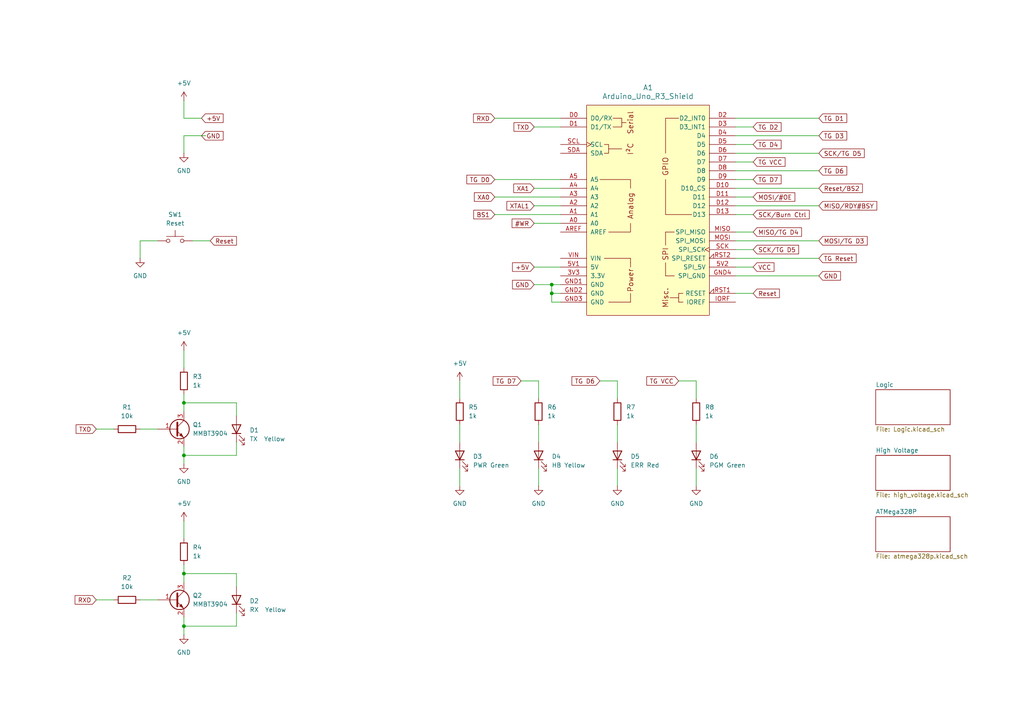
<source format=kicad_sch>
(kicad_sch (version 20231120) (generator "eeschema") (generator_version "8.0")
  (paper "A4")
  (lib_symbols
    (symbol "Device:LED" (pin_numbers hide) (pin_names (offset 1.016) hide)
      (property "Reference" "D" (at 0 2.54 0))
      (property "Value" "LED" (at 0 -2.54 0))
      (symbol "LED_0_1"
        (polyline (pts (xy -1.27 -1.27) (xy -1.27 1.27)) (stroke (width 0.254)))
        (polyline (pts (xy -1.27 0) (xy 1.27 0)))
        (polyline (pts (xy 1.27 -1.27) (xy 1.27 1.27) (xy -1.27 0) (xy 1.27 -1.27)) (stroke (width 0.254)))
        (polyline (pts (xy -3.048 -0.762) (xy -4.572 -2.286) (xy -3.81 -2.286) (xy -4.572 -2.286) (xy -4.572 -1.524)))
        (polyline (pts (xy -1.778 -0.762) (xy -3.302 -2.286) (xy -2.54 -2.286) (xy -3.302 -2.286) (xy -3.302 -1.524)))
      )
      (symbol "LED_1_1"
        (pin passive line (at -3.81 0 0) (length 2.54) (name "K") (number "1"))
        (pin passive line (at 3.81 0 180) (length 2.54) (name "A") (number "2"))
      )
    )
    (symbol "Device:R" (pin_numbers hide) (pin_names (offset 0))
      (property "Reference" "R" (at 2.032 0 90))
      (property "Value" "R" (at 0 0 90))
      (symbol "R_0_1"
        (rectangle (start -1.016 -2.54) (end 1.016 2.54) (stroke (width 0.254)))
      )
      (symbol "R_1_1"
        (pin passive line (at 0 3.81 270) (length 1.27) (name "~") (number "1"))
        (pin passive line (at 0 -3.81 90) (length 1.27) (name "~") (number "2"))
      )
    )
    (symbol "My_Arduino-Library:Arduino_Uno_R3_Shield" (pin_names (offset 1.016))
      (property "Reference" "A" (at 0 36.83 0))
      (property "Value" "Arduino_Uno_R3_Shield" (at 0 33.02 0))
      (symbol "Arduino_Uno_R3_Shield_0_0"
        (rectangle (start -17.78 30.48) (end 17.78 -30.48) (fill (type background)))
        (rectangle (start -12.7 -13.97) (end -5.08 -13.97))
        (rectangle (start -11.43 -26.67) (end -5.08 -26.67))
        (polyline (pts (xy -11.43 17.78) (xy -7.62 17.78)))
        (polyline (pts (xy -7.62 25.4) (xy -6.35 25.4)))
        (polyline (pts (xy -5.08 -26.67) (xy -5.08 -24.13)))
        (polyline (pts (xy -5.08 -15.24) (xy -5.08 -16.51)))
        (polyline (pts (xy -5.08 -13.97) (xy -5.08 -15.24)))
        (polyline (pts (xy -5.08 -3.81) (xy -5.08 -6.35) (xy -11.43 -6.35)))
        (polyline (pts (xy -5.08 6.35) (xy -5.08 8.89) (xy -13.97 8.89)))
        (polyline (pts (xy 5.08 8.89) (xy 5.08 -1.27) (xy 12.7 -1.27)))
        (polyline (pts (xy 5.08 16.51) (xy 5.08 26.67) (xy 8.89 26.67)))
        (polyline (pts (xy -12.7 19.05) (xy -11.43 19.05) (xy -11.43 16.51) (xy -12.7 16.51)))
        (polyline (pts (xy -10.16 26.67) (xy -7.62 26.67) (xy -7.62 24.13) (xy -10.16 24.13)))
        (rectangle (start 5.08 -19.05) (end 5.08 -15.24))
        (rectangle (start 5.08 -19.05) (end 7.62 -19.05))
        (rectangle (start 5.08 -10.16) (end 5.08 -6.35))
        (rectangle (start 7.62 -6.35) (end 5.08 -6.35))
        (rectangle (start 8.89 -25.4) (end 6.35 -25.4))
        (rectangle (start 8.89 -24.13) (end 8.89 -26.67))
        (rectangle (start 10.16 -26.67) (end 8.89 -26.67))
        (rectangle (start 10.16 -24.13) (end 8.89 -24.13))
        (text "Analog" (at -5.08 1.27 900) (effects (font (size 1.524 1.524))))
        (text "I²C" (at -5.08 17.78 900) (effects (font (size 1.524 1.524))))
        (text "Misc." (at 5.08 -25.4 900) (effects (font (size 1.524 1.524))))
        (text "Power" (at -5.08 -20.32 900) (effects (font (size 1.524 1.524))))
        (text "Serial" (at -5.08 25.4 900) (effects (font (size 1.524 1.524))))
        (text "SPI" (at 5.08 -12.7 900) (effects (font (size 1.524 1.524))))
      )
      (symbol "Arduino_Uno_R3_Shield_1_0"
        (text "GPIO" (at 5.08 12.7 900) (effects (font (size 1.524 1.524))))
      )
      (symbol "Arduino_Uno_R3_Shield_1_1"
        (pin power_out line (at -25.4 -19.05 0) (length 7.62) (name "3.3V") (number "3V3"))
        (pin power_in line (at -25.4 -16.51 0) (length 7.62) (name "5V") (number "5V1"))
        (pin power_in line (at 25.4 -16.51 180) (length 7.62) (name "SPI_5V") (number "5V2"))
        (pin bidirectional line (at -25.4 -3.81 0) (length 7.62) (name "A0") (number "A0"))
        (pin bidirectional line (at -25.4 -1.27 0) (length 7.62) (name "A1") (number "A1"))
        (pin bidirectional line (at -25.4 1.27 0) (length 7.62) (name "A2") (number "A2"))
        (pin bidirectional line (at -25.4 3.81 0) (length 7.62) (name "A3") (number "A3"))
        (pin bidirectional line (at -25.4 6.35 0) (length 7.62) (name "A4") (number "A4"))
        (pin bidirectional line (at -25.4 8.89 0) (length 7.62) (name "A5") (number "A5"))
        (pin input line (at -25.4 -6.35 0) (length 7.62) (name "AREF") (number "AREF"))
        (pin bidirectional line (at -25.4 26.67 0) (length 7.62) (name "D0/RX") (number "D0"))
        (pin bidirectional line (at -25.4 24.13 0) (length 7.62) (name "D1/TX") (number "D1"))
        (pin bidirectional line (at 25.4 6.35 180) (length 7.62) (name "D10_CS") (number "D10"))
        (pin bidirectional line (at 25.4 3.81 180) (length 7.62) (name "D11") (number "D11"))
        (pin bidirectional line (at 25.4 1.27 180) (length 7.62) (name "D12") (number "D12"))
        (pin bidirectional line (at 25.4 -1.27 180) (length 7.62) (name "D13") (number "D13"))
        (pin bidirectional line (at 25.4 26.67 180) (length 7.62) (name "D2_INT0") (number "D2"))
        (pin bidirectional line (at 25.4 24.13 180) (length 7.62) (name "D3_INT1") (number "D3"))
        (pin bidirectional line (at 25.4 21.59 180) (length 7.62) (name "D4") (number "D4"))
        (pin bidirectional line (at 25.4 19.05 180) (length 7.62) (name "D5") (number "D5"))
        (pin bidirectional line (at 25.4 16.51 180) (length 7.62) (name "D6") (number "D6"))
        (pin bidirectional line (at 25.4 13.97 180) (length 7.62) (name "D7") (number "D7"))
        (pin bidirectional line (at 25.4 11.43 180) (length 7.62) (name "D8") (number "D8"))
        (pin bidirectional line (at 25.4 8.89 180) (length 7.62) (name "D9") (number "D9"))
        (pin power_in line (at -25.4 -21.59 0) (length 7.62) (name "GND") (number "GND1"))
        (pin power_in line (at -25.4 -24.13 0) (length 7.62) (name "GND") (number "GND2"))
        (pin power_in line (at -25.4 -26.67 0) (length 7.62) (name "GND") (number "GND3"))
        (pin power_in line (at 25.4 -19.05 180) (length 7.62) (name "SPI_GND") (number "GND4"))
        (pin output line (at 25.4 -26.67 180) (length 7.62) (name "IOREF") (number "IORF"))
        (pin input line (at 25.4 -6.35 180) (length 7.62) (name "SPI_MISO") (number "MISO"))
        (pin output line (at 25.4 -8.89 180) (length 7.62) (name "SPI_MOSI") (number "MOSI"))
        (pin open_collector input_low (at 25.4 -24.13 180) (length 7.62) (name "RESET") (number "RST1"))
        (pin open_collector input_low (at 25.4 -13.97 180) (length 7.62) (name "SPI_RESET") (number "RST2"))
        (pin output clock (at 25.4 -11.43 180) (length 7.62) (name "SPI_SCK") (number "SCK"))
        (pin bidirectional clock (at -25.4 19.05 0) (length 7.62) (name "SCL") (number "SCL"))
        (pin bidirectional line (at -25.4 16.51 0) (length 7.62) (name "SDA") (number "SDA"))
        (pin power_in line (at -25.4 -13.97 0) (length 7.62) (name "VIN") (number "VIN"))
      )
    )
    (symbol "Switch:SW_Push" (pin_numbers hide) (pin_names (offset 1.016) hide)
      (property "Reference" "SW" (at 1.27 2.54 0))
      (property "Value" "SW_Push" (at 0 -1.524 0))
      (symbol "SW_Push_0_1"
        (circle (center -2.032 0) (radius 0.508))
        (polyline (pts (xy 0 1.27) (xy 0 3.048)))
        (polyline (pts (xy 2.54 1.27) (xy -2.54 1.27)))
        (circle (center 2.032 0) (radius 0.508))
        (pin passive line (at -5.08 0 0) (length 2.54) (name "1") (number "1"))
        (pin passive line (at 5.08 0 180) (length 2.54) (name "2") (number "2"))
      )
    )
    (symbol "Transistor_BJT:MMBT3904" (pin_names (offset 0) hide)
      (property "Reference" "Q" (at 5.08 1.905 0))
      (property "Value" "MMBT3904" (at 5.08 0 0))
      (symbol "MMBT3904_0_1"
        (polyline (pts (xy 0.635 0.635) (xy 2.54 2.54)))
        (polyline (pts (xy 0.635 -0.635) (xy 2.54 -2.54) (xy 2.54 -2.54)))
        (polyline (pts (xy 0.635 1.905) (xy 0.635 -1.905) (xy 0.635 -1.905)) (stroke (width 0.508)))
        (polyline (pts (xy 1.27 -1.778) (xy 1.778 -1.27) (xy 2.286 -2.286) (xy 1.27 -1.778) (xy 1.27 -1.778)) (fill (type outline)))
        (circle (center 1.27 0) (radius 2.8194) (stroke (width 0.254)))
      )
      (symbol "MMBT3904_1_1"
        (pin input line (at -5.08 0 0) (length 5.715) (name "B") (number "1"))
        (pin passive line (at 2.54 -5.08 90) (length 2.54) (name "E") (number "2"))
        (pin passive line (at 2.54 5.08 270) (length 2.54) (name "C") (number "3"))
      )
    )
    (symbol "power:+5V" (power) (pin_numbers hide) (pin_names (offset 0) hide)
      (property "Value" "+5V" (at 0 3.556 0))
      (symbol "+5V_0_1"
        (polyline (pts (xy -0.762 1.27) (xy 0 2.54)))
        (polyline (pts (xy 0 0) (xy 0 2.54)))
        (polyline (pts (xy 0 2.54) (xy 0.762 1.27)))
      )
      (symbol "+5V_1_1"
        (pin power_in line (at 0 0 90) (length 0) (name "~") (number "1"))
      )
    )
    (symbol "power:GND" (power) (pin_numbers hide) (pin_names (offset 0) hide)
      (property "Value" "GND" (at 0 -3.81 0))
      (symbol "GND_0_1"
        (polyline (pts (xy 0 0) (xy 0 -1.27) (xy 1.27 -1.27) (xy 0 -2.54) (xy -1.27 -1.27) (xy 0 -1.27)))
      )
      (symbol "GND_1_1"
        (pin power_in line (at 0 0 270) (length 0) (name "~") (number "1"))
      )
    )
  )
  (junction (at 53.34 116.84))
  (junction (at 160.02 85.09))
  (junction (at 53.34 181.61))
  (junction (at 160.02 82.55))
  (junction (at 53.34 132.08))
  (junction (at 53.34 166.37))
  (wire (pts (xy 53.34 39.37) (xy 53.34 44.45)))
  (wire (pts (xy 53.34 132.08) (xy 68.58 132.08)))
  (wire (pts (xy 213.36 72.39) (xy 218.44 72.39)))
  (wire (pts (xy 179.07 135.89) (xy 179.07 140.97)))
  (wire (pts (xy 53.34 114.3) (xy 53.34 116.84)))
  (wire (pts (xy 179.07 123.19) (xy 179.07 128.27)))
  (wire (pts (xy 154.94 36.83) (xy 162.56 36.83)))
  (wire (pts (xy 179.07 110.49) (xy 179.07 115.57)))
  (wire (pts (xy 213.36 67.31) (xy 218.44 67.31)))
  (wire (pts (xy 160.02 82.55) (xy 162.56 82.55)))
  (wire (pts (xy 213.36 41.91) (xy 218.44 41.91)))
  (wire (pts (xy 160.02 85.09) (xy 162.56 85.09)))
  (wire (pts (xy 213.36 69.85) (xy 237.49 69.85)))
  (wire (pts (xy 173.99 110.49) (xy 179.07 110.49)))
  (wire (pts (xy 68.58 116.84) (xy 53.34 116.84)))
  (wire (pts (xy 156.21 110.49) (xy 156.21 115.57)))
  (wire (pts (xy 213.36 44.45) (xy 237.49 44.45)))
  (wire (pts (xy 133.35 135.89) (xy 133.35 140.97)))
  (wire (pts (xy 213.36 77.47) (xy 218.44 77.47)))
  (wire (pts (xy 213.36 46.99) (xy 218.44 46.99)))
  (wire (pts (xy 59.69 39.37) (xy 53.34 39.37)))
  (wire (pts (xy 53.34 166.37) (xy 53.34 168.91)))
  (wire (pts (xy 55.88 69.85) (xy 60.96 69.85)))
  (wire (pts (xy 201.93 123.19) (xy 201.93 128.27)))
  (wire (pts (xy 213.36 39.37) (xy 237.49 39.37)))
  (wire (pts (xy 53.34 101.6) (xy 53.34 106.68)))
  (wire (pts (xy 143.51 52.07) (xy 162.56 52.07)))
  (wire (pts (xy 53.34 179.07) (xy 53.34 181.61)))
  (wire (pts (xy 143.51 62.23) (xy 162.56 62.23)))
  (wire (pts (xy 68.58 128.27) (xy 68.58 132.08)))
  (wire (pts (xy 160.02 85.09) (xy 160.02 82.55)))
  (wire (pts (xy 156.21 135.89) (xy 156.21 140.97)))
  (wire (pts (xy 154.94 59.69) (xy 162.56 59.69)))
  (wire (pts (xy 213.36 52.07) (xy 218.44 52.07)))
  (wire (pts (xy 40.64 124.46) (xy 45.72 124.46)))
  (wire (pts (xy 53.34 163.83) (xy 53.34 166.37)))
  (wire (pts (xy 53.34 151.13) (xy 53.34 156.21)))
  (wire (pts (xy 53.34 181.61) (xy 53.34 184.15)))
  (wire (pts (xy 213.36 62.23) (xy 218.44 62.23)))
  (wire (pts (xy 68.58 120.65) (xy 68.58 116.84)))
  (wire (pts (xy 53.34 34.29) (xy 53.34 29.21)))
  (wire (pts (xy 68.58 177.8) (xy 68.58 181.61)))
  (wire (pts (xy 40.64 173.99) (xy 45.72 173.99)))
  (wire (pts (xy 213.36 34.29) (xy 237.49 34.29)))
  (wire (pts (xy 154.94 54.61) (xy 162.56 54.61)))
  (wire (pts (xy 156.21 123.19) (xy 156.21 128.27)))
  (wire (pts (xy 154.94 77.47) (xy 162.56 77.47)))
  (wire (pts (xy 68.58 166.37) (xy 53.34 166.37)))
  (wire (pts (xy 154.94 82.55) (xy 160.02 82.55)))
  (wire (pts (xy 213.36 36.83) (xy 218.44 36.83)))
  (wire (pts (xy 27.94 173.99) (xy 33.02 173.99)))
  (wire (pts (xy 213.36 54.61) (xy 237.49 54.61)))
  (wire (pts (xy 133.35 110.49) (xy 133.35 115.57)))
  (wire (pts (xy 53.34 116.84) (xy 53.34 119.38)))
  (wire (pts (xy 213.36 57.15) (xy 218.44 57.15)))
  (wire (pts (xy 45.72 69.85) (xy 40.64 69.85)))
  (wire (pts (xy 53.34 181.61) (xy 68.58 181.61)))
  (wire (pts (xy 40.64 69.85) (xy 40.64 74.93)))
  (wire (pts (xy 58.42 34.29) (xy 53.34 34.29)))
  (wire (pts (xy 213.36 59.69) (xy 237.49 59.69)))
  (wire (pts (xy 162.56 87.63) (xy 160.02 87.63)))
  (wire (pts (xy 201.93 135.89) (xy 201.93 140.97)))
  (wire (pts (xy 160.02 87.63) (xy 160.02 85.09)))
  (wire (pts (xy 213.36 49.53) (xy 237.49 49.53)))
  (wire (pts (xy 196.85 110.49) (xy 201.93 110.49)))
  (wire (pts (xy 154.94 64.77) (xy 162.56 64.77)))
  (wire (pts (xy 68.58 170.18) (xy 68.58 166.37)))
  (wire (pts (xy 213.36 74.93) (xy 237.49 74.93)))
  (wire (pts (xy 143.51 57.15) (xy 162.56 57.15)))
  (wire (pts (xy 143.51 34.29) (xy 162.56 34.29)))
  (wire (pts (xy 213.36 85.09) (xy 218.44 85.09)))
  (wire (pts (xy 53.34 129.54) (xy 53.34 132.08)))
  (wire (pts (xy 151.13 110.49) (xy 156.21 110.49)))
  (wire (pts (xy 27.94 124.46) (xy 33.02 124.46)))
  (wire (pts (xy 133.35 123.19) (xy 133.35 128.27)))
  (wire (pts (xy 201.93 110.49) (xy 201.93 115.57)))
  (wire (pts (xy 213.36 80.01) (xy 237.49 80.01)))
  (wire (pts (xy 53.34 132.08) (xy 53.34 134.62)))
  (global_label "VCC" (shape input) (at 218.44 77.47 0) (property "Intersheetrefs" "${INTERSHEET_REFS}" (effects (hide yes))))
  (global_label "TXD" (shape input) (at 154.94 36.83 180) (property "Intersheetrefs" "${INTERSHEET_REFS}" (effects (hide yes))))
  (global_label "RXD" (shape input) (at 143.51 34.29 180) (property "Intersheetrefs" "${INTERSHEET_REFS}" (effects (hide yes))))
  (global_label "MISO{slash}TG D4" (shape input) (at 218.44 67.31 0) (property "Intersheetrefs" "${INTERSHEET_REFS}" (effects (hide yes))))
  (global_label "MOSI{slash}TG D3" (shape input) (at 237.49 69.85 0) (property "Intersheetrefs" "${INTERSHEET_REFS}" (effects (hide yes))))
  (global_label "Reset{slash}BS2" (shape input) (at 237.49 54.61 0) (property "Intersheetrefs" "${INTERSHEET_REFS}" (effects (hide yes))))
  (global_label "TG D3" (shape input) (at 237.49 39.37 0) (property "Intersheetrefs" "${INTERSHEET_REFS}" (effects (hide yes))))
  (global_label "TG D2" (shape input) (at 218.44 36.83 0) (property "Intersheetrefs" "${INTERSHEET_REFS}" (effects (hide yes))))
  (global_label "BS1" (shape input) (at 143.51 62.23 180) (property "Intersheetrefs" "${INTERSHEET_REFS}" (effects (hide yes))))
  (global_label "XTAL1" (shape input) (at 154.94 59.69 180) (property "Intersheetrefs" "${INTERSHEET_REFS}" (effects (hide yes))))
  (global_label "TG D6" (shape input) (at 173.99 110.49 180) (property "Intersheetrefs" "${INTERSHEET_REFS}" (effects (hide yes))))
  (global_label "TG D0" (shape input) (at 143.51 52.07 180) (property "Intersheetrefs" "${INTERSHEET_REFS}" (effects (hide yes))))
  (global_label "TG D4" (shape input) (at 218.44 41.91 0) (property "Intersheetrefs" "${INTERSHEET_REFS}" (effects (hide yes))))
  (global_label "TG VCC" (shape input) (at 196.85 110.49 180) (property "Intersheetrefs" "${INTERSHEET_REFS}" (effects (hide yes))))
  (global_label "+5V" (shape input) (at 58.42 34.29 0) (property "Intersheetrefs" "${INTERSHEET_REFS}" (effects (hide yes))))
  (global_label "MISO{slash}RDY#BSY" (shape input) (at 237.49 59.69 0) (property "Intersheetrefs" "${INTERSHEET_REFS}" (effects (hide yes))))
  (global_label "Reset" (shape input) (at 60.96 69.85 0) (property "Intersheetrefs" "${INTERSHEET_REFS}" (effects (hide yes))))
  (global_label "TG D6" (shape input) (at 237.49 49.53 0) (property "Intersheetrefs" "${INTERSHEET_REFS}" (effects (hide yes))))
  (global_label "#WR" (shape input) (at 154.94 64.77 180) (property "Intersheetrefs" "${INTERSHEET_REFS}" (effects (hide yes))))
  (global_label "TG Reset" (shape input) (at 237.49 74.93 0) (property "Intersheetrefs" "${INTERSHEET_REFS}" (effects (hide yes))))
  (global_label "+5V" (shape input) (at 154.94 77.47 180) (property "Intersheetrefs" "${INTERSHEET_REFS}" (effects (hide yes))))
  (global_label "SCK{slash}TG D5" (shape input) (at 218.44 72.39 0) (property "Intersheetrefs" "${INTERSHEET_REFS}" (effects (hide yes))))
  (global_label "Reset" (shape input) (at 218.44 85.09 0) (property "Intersheetrefs" "${INTERSHEET_REFS}" (effects (hide yes))))
  (global_label "TG D7" (shape input) (at 151.13 110.49 180) (property "Intersheetrefs" "${INTERSHEET_REFS}" (effects (hide yes))))
  (global_label "GND" (shape input) (at 237.49 80.01 0) (property "Intersheetrefs" "${INTERSHEET_REFS}" (effects (hide yes))))
  (global_label "XA0" (shape input) (at 143.51 57.15 180) (property "Intersheetrefs" "${INTERSHEET_REFS}" (effects (hide yes))))
  (global_label "RXD" (shape input) (at 27.94 173.99 180) (property "Intersheetrefs" "${INTERSHEET_REFS}" (effects (hide yes))))
  (global_label "SCK{slash}TG D5" (shape input) (at 237.49 44.45 0) (property "Intersheetrefs" "${INTERSHEET_REFS}" (effects (hide yes))))
  (global_label "GND" (shape input) (at 154.94 82.55 180) (property "Intersheetrefs" "${INTERSHEET_REFS}" (effects (hide yes))))
  (global_label "TXD" (shape input) (at 27.94 124.46 180) (property "Intersheetrefs" "${INTERSHEET_REFS}" (effects (hide yes))))
  (global_label "GND" (shape input) (at 58.42 39.37 0) (property "Intersheetrefs" "${INTERSHEET_REFS}" (effects (hide yes))))
  (global_label "TG D1" (shape input) (at 237.49 34.29 0) (property "Intersheetrefs" "${INTERSHEET_REFS}" (effects (hide yes))))
  (global_label "SCK{slash}Burn Ctrl" (shape input) (at 218.44 62.23 0) (property "Intersheetrefs" "${INTERSHEET_REFS}" (effects (hide yes))))
  (global_label "TG VCC" (shape input) (at 218.44 46.99 0) (property "Intersheetrefs" "${INTERSHEET_REFS}" (effects (hide yes))))
  (global_label "TG D7" (shape input) (at 218.44 52.07 0) (property "Intersheetrefs" "${INTERSHEET_REFS}" (effects (hide yes))))
  (global_label "MOSI{slash}#OE" (shape input) (at 218.44 57.15 0) (property "Intersheetrefs" "${INTERSHEET_REFS}" (effects (hide yes))))
  (global_label "XA1" (shape input) (at 154.94 54.61 180) (property "Intersheetrefs" "${INTERSHEET_REFS}" (effects (hide yes))))
  (symbol (lib_id "power:GND") (at 179.07 140.97 0) (unit 1)
    (property "Reference" "#PWR011" (effects (hide yes)))
    (property "Value" "GND" (at 179.07 146.05 0))
    (property "Description" "Power symbol creates a global label with name \"GND\" , ground" (effects (hide yes)))
  )
  (symbol (lib_id "power:GND") (at 156.21 140.97 0) (unit 1)
    (property "Reference" "#PWR010" (effects (hide yes)))
    (property "Value" "GND" (at 156.21 146.05 0))
    (property "Description" "Power symbol creates a global label with name \"GND\" , ground" (effects (hide yes)))
  )
  (symbol (lib_id "Device:R") (at 201.93 119.38 0) (unit 1)
    (property "Reference" "R8" (at 204.47 118.1099 0) (effects (justify left)))
    (property "Value" "1k" (at 204.47 120.6499 0) (effects (justify left)))
    (property "Footprint" "Resistor_SMD:R_1206_3216Metric_Pad1.30x1.75mm_HandSolder" (effects (hide yes)))
    (property "Description" "Resistor" (effects (hide yes)))
  )
  (symbol (lib_id "Transistor_BJT:MMBT3904") (at 50.8 173.99 0) (unit 1)
    (property "Reference" "Q2" (at 55.88 172.7199 0) (effects (justify left)))
    (property "Value" "MMBT3904" (at 55.88 175.2599 0) (effects (justify left)))
    (property "Footprint" "Package_TO_SOT_SMD:SOT-23_Handsoldering" (effects (hide yes)))
    (property "Datasheet" "https://www.onsemi.com/pdf/datasheet/pzt3904-d.pdf" (effects (hide yes)))
    (property "Description" "0.2A Ic, 40V Vce, Small Signal NPN Transistor, SOT-23" (effects (hide yes)))
  )
  (symbol (lib_id "Device:R") (at 133.35 119.38 0) (unit 1)
    (property "Reference" "R5" (at 135.89 118.1099 0) (effects (justify left)))
    (property "Value" "1k" (at 135.89 120.6499 0) (effects (justify left)))
    (property "Footprint" "Resistor_SMD:R_1206_3216Metric_Pad1.30x1.75mm_HandSolder" (effects (hide yes)))
    (property "Description" "Resistor" (effects (hide yes)))
  )
  (symbol (lib_id "Switch:SW_Push") (at 50.8 69.85 0) (unit 1)
    (property "Reference" "SW1" (at 50.8 62.23 0))
    (property "Value" "Reset" (at 50.8 64.77 0))
    (property "Footprint" "My_Parts:Switch tactile Omron B3S SMD" (effects (hide yes)))
    (property "Description" "Push button switch, generic, two pins" (effects (hide yes)))
  )
  (symbol (lib_id "Device:R") (at 53.34 160.02 0) (unit 1)
    (property "Reference" "R4" (at 55.88 158.7499 0) (effects (justify left)))
    (property "Value" "1k" (at 55.88 161.2899 0) (effects (justify left)))
    (property "Footprint" "Resistor_SMD:R_1206_3216Metric_Pad1.30x1.75mm_HandSolder" (effects (hide yes)))
    (property "Description" "Resistor" (effects (hide yes)))
  )
  (symbol (lib_id "power:GND") (at 201.93 140.97 0) (unit 1)
    (property "Reference" "#PWR012" (effects (hide yes)))
    (property "Value" "GND" (at 201.93 146.05 0))
    (property "Description" "Power symbol creates a global label with name \"GND\" , ground" (effects (hide yes)))
  )
  (symbol (lib_id "power:GND") (at 53.34 44.45 0) (unit 1)
    (property "Reference" "#PWR03" (effects (hide yes)))
    (property "Value" "GND" (at 53.34 49.53 0))
    (property "Description" "Power symbol creates a global label with name \"GND\" , ground" (effects (hide yes)))
  )
  (symbol (lib_id "power:GND") (at 53.34 184.15 0) (unit 1)
    (property "Reference" "#PWR07" (effects (hide yes)))
    (property "Value" "GND" (at 53.34 189.23 0))
    (property "Description" "Power symbol creates a global label with name \"GND\" , ground" (effects (hide yes)))
  )
  (symbol (lib_id "Transistor_BJT:MMBT3904") (at 50.8 124.46 0) (unit 1)
    (property "Reference" "Q1" (at 55.88 123.1899 0) (effects (justify left)))
    (property "Value" "MMBT3904" (at 55.88 125.7299 0) (effects (justify left)))
    (property "Footprint" "Package_TO_SOT_SMD:SOT-23_Handsoldering" (effects (hide yes)))
    (property "Datasheet" "https://www.onsemi.com/pdf/datasheet/pzt3904-d.pdf" (effects (hide yes)))
    (property "Description" "0.2A Ic, 40V Vce, Small Signal NPN Transistor, SOT-23" (effects (hide yes)))
  )
  (symbol (lib_id "Device:LED") (at 201.93 132.08 90) (unit 1)
    (property "Reference" "D6" (at 205.74 132.3974 90) (effects (justify right)))
    (property "Value" "PGM Green" (at 205.74 134.9374 90) (effects (justify right)))
    (property "Footprint" "LED_SMD:LED_0805_2012Metric_Pad1.15x1.40mm_HandSolder" (effects (hide yes)))
    (property "Description" "Light emitting diode" (effects (hide yes)))
  )
  (symbol (lib_id "My_Arduino-Library:Arduino_Uno_R3_Shield") (at 187.96 60.96 0) (unit 1)
    (property "Reference" "A1" (at 187.96 25.4 0) (effects (font (size 1.524 1.524))))
    (property "Value" "Arduino_Uno_R3_Shield" (at 187.96 27.94 0) (effects (font (size 1.524 1.524))))
    (property "Footprint" "My_Arduino:Arduino_UNO_R3_shield_incl ICSP_headers_large" (effects (hide yes)))
    (property "Datasheet" "https://docs.arduino.cc/hardware/uno-rev3" (effects (hide yes)))
    (property "Description" "Shield for Arduino Uno R3" (effects (hide yes)))
  )
  (symbol (lib_id "Device:R") (at 179.07 119.38 0) (unit 1)
    (property "Reference" "R7" (at 181.61 118.1099 0) (effects (justify left)))
    (property "Value" "1k" (at 181.61 120.6499 0) (effects (justify left)))
    (property "Footprint" "Resistor_SMD:R_1206_3216Metric_Pad1.30x1.75mm_HandSolder" (effects (hide yes)))
    (property "Description" "Resistor" (effects (hide yes)))
  )
  (symbol (lib_id "power:+5V") (at 133.35 110.49 0) (unit 1)
    (property "Reference" "#PWR08" (effects (hide yes)))
    (property "Value" "+5V" (at 133.35 105.41 0))
    (property "Description" "Power symbol creates a global label with name \"+5V\"" (effects (hide yes)))
  )
  (symbol (lib_id "power:GND") (at 133.35 140.97 0) (unit 1)
    (property "Reference" "#PWR09" (effects (hide yes)))
    (property "Value" "GND" (at 133.35 146.05 0))
    (property "Description" "Power symbol creates a global label with name \"GND\" , ground" (effects (hide yes)))
  )
  (symbol (lib_id "Device:R") (at 53.34 110.49 0) (unit 1)
    (property "Reference" "R3" (at 55.88 109.2199 0) (effects (justify left)))
    (property "Value" "1k" (at 55.88 111.7599 0) (effects (justify left)))
    (property "Footprint" "Resistor_SMD:R_1206_3216Metric_Pad1.30x1.75mm_HandSolder" (effects (hide yes)))
    (property "Description" "Resistor" (effects (hide yes)))
  )
  (symbol (lib_id "Device:R") (at 36.83 124.46 90) (unit 1)
    (property "Reference" "R1" (at 36.83 118.11 90))
    (property "Value" "10k" (at 36.83 120.65 90))
    (property "Footprint" "Resistor_SMD:R_1206_3216Metric_Pad1.30x1.75mm_HandSolder" (effects (hide yes)))
    (property "Description" "Resistor" (effects (hide yes)))
  )
  (symbol (lib_id "Device:LED") (at 156.21 132.08 90) (unit 1)
    (property "Reference" "D4" (at 160.02 132.3974 90) (effects (justify right)))
    (property "Value" "HB Yellow" (at 160.02 134.9374 90) (effects (justify right)))
    (property "Footprint" "LED_SMD:LED_0805_2012Metric_Pad1.15x1.40mm_HandSolder" (effects (hide yes)))
    (property "Description" "Light emitting diode" (effects (hide yes)))
  )
  (symbol (lib_id "Device:R") (at 36.83 173.99 90) (unit 1)
    (property "Reference" "R2" (at 36.83 167.64 90))
    (property "Value" "10k" (at 36.83 170.18 90))
    (property "Footprint" "Resistor_SMD:R_1206_3216Metric_Pad1.30x1.75mm_HandSolder" (effects (hide yes)))
    (property "Description" "Resistor" (effects (hide yes)))
  )
  (symbol (lib_id "power:+5V") (at 53.34 151.13 0) (unit 1)
    (property "Reference" "#PWR06" (effects (hide yes)))
    (property "Value" "+5V" (at 53.34 146.05 0))
    (property "Description" "Power symbol creates a global label with name \"+5V\"" (effects (hide yes)))
  )
  (symbol (lib_id "power:+5V") (at 53.34 101.6 0) (unit 1)
    (property "Reference" "#PWR04" (effects (hide yes)))
    (property "Value" "+5V" (at 53.34 96.52 0))
    (property "Description" "Power symbol creates a global label with name \"+5V\"" (effects (hide yes)))
  )
  (symbol (lib_id "Device:LED") (at 179.07 132.08 90) (unit 1)
    (property "Reference" "D5" (at 182.88 132.3974 90) (effects (justify right)))
    (property "Value" "ERR Red" (at 182.88 134.9374 90) (effects (justify right)))
    (property "Footprint" "LED_SMD:LED_0805_2012Metric_Pad1.15x1.40mm_HandSolder" (effects (hide yes)))
    (property "Description" "Light emitting diode" (effects (hide yes)))
  )
  (symbol (lib_id "Device:R") (at 156.21 119.38 0) (unit 1)
    (property "Reference" "R6" (at 158.75 118.1099 0) (effects (justify left)))
    (property "Value" "1k" (at 158.75 120.6499 0) (effects (justify left)))
    (property "Footprint" "Resistor_SMD:R_1206_3216Metric_Pad1.30x1.75mm_HandSolder" (effects (hide yes)))
    (property "Description" "Resistor" (effects (hide yes)))
  )
  (symbol (lib_id "power:GND") (at 53.34 134.62 0) (unit 1)
    (property "Reference" "#PWR05" (effects (hide yes)))
    (property "Value" "GND" (at 53.34 139.7 0))
    (property "Description" "Power symbol creates a global label with name \"GND\" , ground" (effects (hide yes)))
  )
  (symbol (lib_id "power:+5V") (at 53.34 29.21 0) (unit 1)
    (property "Reference" "#PWR02" (effects (hide yes)))
    (property "Value" "+5V" (at 53.34 24.13 0))
    (property "Description" "Power symbol creates a global label with name \"+5V\"" (effects (hide yes)))
  )
  (symbol (lib_id "Device:LED") (at 68.58 173.99 90) (unit 1)
    (property "Reference" "D2" (at 72.39 174.3074 90) (effects (justify right)))
    (property "Value" "RX  Yellow" (at 72.39 176.8474 90) (effects (justify right)))
    (property "Footprint" "LED_SMD:LED_0805_2012Metric_Pad1.15x1.40mm_HandSolder" (effects (hide yes)))
    (property "Description" "Light emitting diode" (effects (hide yes)))
  )
  (symbol (lib_id "Device:LED") (at 133.35 132.08 90) (unit 1)
    (property "Reference" "D3" (at 137.16 132.3974 90) (effects (justify right)))
    (property "Value" "PWR Green" (at 137.16 134.9374 90) (effects (justify right)))
    (property "Footprint" "LED_SMD:LED_0805_2012Metric_Pad1.15x1.40mm_HandSolder" (effects (hide yes)))
    (property "Description" "Light emitting diode" (effects (hide yes)))
  )
  (symbol (lib_id "power:GND") (at 40.64 74.93 0) (unit 1)
    (property "Reference" "#PWR01" (effects (hide yes)))
    (property "Value" "GND" (at 40.64 80.01 0))
    (property "Description" "Power symbol creates a global label with name \"GND\" , ground" (effects (hide yes)))
  )
  (symbol (lib_id "Device:LED") (at 68.58 124.46 90) (unit 1)
    (property "Reference" "D1" (at 72.39 124.7774 90) (effects (justify right)))
    (property "Value" "TX  Yellow" (at 72.39 127.3174 90) (effects (justify right)))
    (property "Footprint" "LED_SMD:LED_0805_2012Metric_Pad1.15x1.40mm_HandSolder" (effects (hide yes)))
    (property "Description" "Light emitting diode" (effects (hide yes)))
  )
  (sheet (at 254 113.03) (size 21.59 10.16) (stroke (width 0.1524))
    (property "Sheetname" "Logic" (at 254 112.3184 0) (effects (justify left bottom)))
    (property "Sheetfile" "Logic.kicad_sch" (at 254 123.7746 0) (effects (justify left top)))
  )
  (sheet (at 254 132.08) (size 21.59 10.16) (stroke (width 0.1524))
    (property "Sheetname" "High Voltage" (at 254 131.3684 0) (effects (justify left bottom)))
    (property "Sheetfile" "high_voltage.kicad_sch" (at 254 142.8246 0) (effects (justify left top)))
  )
  (sheet (at 254 149.86) (size 21.59 10.16) (stroke (width 0.1524))
    (property "Sheetname" "ATMega328P" (at 254 149.1484 0) (effects (justify left bottom)))
    (property "Sheetfile" "atmega328p.kicad_sch" (at 254 160.6046 0) (effects (justify left top)))
  )
)
</source>
